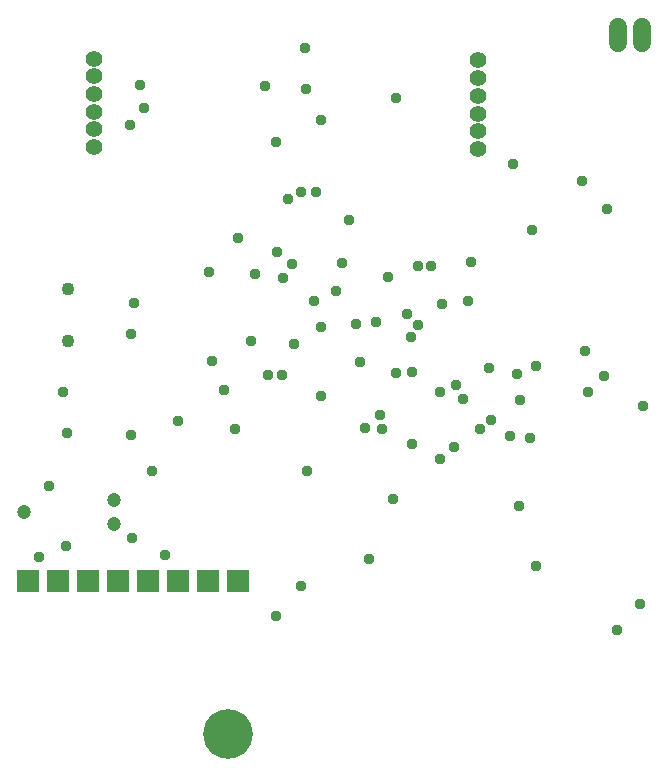
<source format=gbr>
G04 EAGLE Gerber RS-274X export*
G75*
%MOMM*%
%FSLAX34Y34*%
%LPD*%
%INSoldermask Bottom*%
%IPPOS*%
%AMOC8*
5,1,8,0,0,1.08239X$1,22.5*%
G01*
%ADD10C,1.411200*%
%ADD11C,1.511200*%
%ADD12R,1.981200X1.981200*%
%ADD13C,4.203200*%
%ADD14C,1.103200*%
%ADD15C,1.203200*%
%ADD16C,0.959600*%


D10*
X403103Y535423D03*
X403103Y550423D03*
X403103Y565423D03*
X403103Y580423D03*
X403103Y595423D03*
X403103Y610423D03*
X77726Y537032D03*
X77726Y552032D03*
X77726Y567032D03*
X77726Y582032D03*
X77726Y597032D03*
X77726Y612032D03*
D11*
X541550Y625532D02*
X541550Y638612D01*
X521550Y638612D02*
X521550Y625532D01*
D12*
X21700Y169400D03*
X47100Y169400D03*
X72500Y169400D03*
X97900Y169400D03*
X123300Y169400D03*
X148700Y169400D03*
X174100Y169400D03*
X199500Y169400D03*
D13*
X191700Y40400D03*
D14*
X56200Y416600D03*
X56200Y372600D03*
D15*
X19000Y228000D03*
X95200Y217840D03*
X95200Y238160D03*
D16*
X433000Y523000D03*
X270000Y560000D03*
X334000Y579000D03*
X449000Y467000D03*
X512000Y485000D03*
X447000Y291000D03*
X491000Y508000D03*
X320000Y310000D03*
X311000Y188000D03*
X452500Y182500D03*
X540000Y150000D03*
X321878Y298296D03*
X331000Y239000D03*
X437500Y233500D03*
X521000Y128000D03*
X303000Y355000D03*
X270000Y326000D03*
X242000Y493000D03*
X363000Y436000D03*
X257500Y586500D03*
X270000Y385000D03*
X266000Y499000D03*
X352000Y436000D03*
X117000Y590000D03*
X120000Y570000D03*
X232678Y448000D03*
X288000Y439000D03*
X327000Y427000D03*
X346000Y376000D03*
X397000Y440000D03*
X225000Y344000D03*
X390000Y324000D03*
X334000Y346000D03*
X347000Y286000D03*
X253000Y165000D03*
X238000Y426000D03*
X222678Y589000D03*
X246000Y438000D03*
X232000Y541000D03*
X264000Y407000D03*
X253000Y499000D03*
X283000Y415000D03*
X257000Y621000D03*
X307000Y299322D03*
X232000Y140000D03*
X108000Y556000D03*
X31000Y190000D03*
X197000Y298000D03*
X436000Y345000D03*
X412155Y350000D03*
X52000Y330000D03*
X112000Y405000D03*
X55000Y295000D03*
X109000Y379000D03*
X149000Y305000D03*
X109000Y293000D03*
X214000Y430000D03*
X294000Y475000D03*
X352000Y386000D03*
X200000Y460000D03*
X175000Y431000D03*
X247000Y370000D03*
X211000Y373000D03*
X54000Y199000D03*
X110000Y206000D03*
X543000Y318000D03*
X510000Y343000D03*
X405000Y298000D03*
X430000Y292000D03*
X343000Y396000D03*
X373000Y404000D03*
X317000Y389000D03*
X395000Y407000D03*
X40000Y250000D03*
X494000Y364000D03*
X496000Y330000D03*
X299500Y387500D03*
X414000Y306000D03*
X138000Y192000D03*
X237000Y344000D03*
X258000Y263000D03*
X188000Y331000D03*
X178000Y356000D03*
X452000Y352000D03*
X439000Y323000D03*
X383000Y283000D03*
X384500Y335500D03*
X127000Y263000D03*
X347000Y347000D03*
X371000Y273000D03*
X371000Y330000D03*
M02*

</source>
